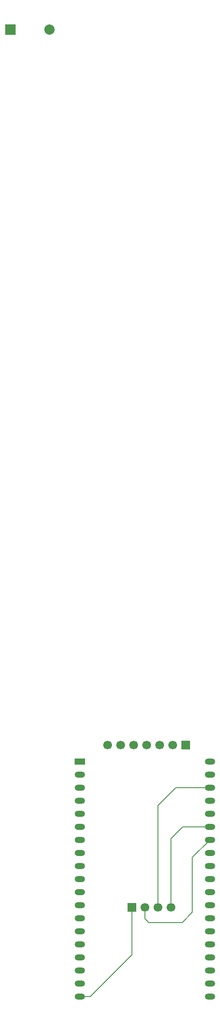
<source format=gbr>
%TF.GenerationSoftware,KiCad,Pcbnew,9.0.6-9.0.6~ubuntu24.04.1*%
%TF.CreationDate,2025-12-05T21:36:49+01:00*%
%TF.ProjectId,pcb,7063622e-6b69-4636-9164-5f7063625858,rev?*%
%TF.SameCoordinates,Original*%
%TF.FileFunction,Copper,L2,Bot*%
%TF.FilePolarity,Positive*%
%FSLAX46Y46*%
G04 Gerber Fmt 4.6, Leading zero omitted, Abs format (unit mm)*
G04 Created by KiCad (PCBNEW 9.0.6-9.0.6~ubuntu24.04.1) date 2025-12-05 21:36:49*
%MOMM*%
%LPD*%
G01*
G04 APERTURE LIST*
%TA.AperFunction,ComponentPad*%
%ADD10C,2.000000*%
%TD*%
%TA.AperFunction,ComponentPad*%
%ADD11R,2.000000X2.000000*%
%TD*%
%TA.AperFunction,ComponentPad*%
%ADD12R,2.000000X1.200000*%
%TD*%
%TA.AperFunction,ComponentPad*%
%ADD13O,2.000000X1.200000*%
%TD*%
%TA.AperFunction,ComponentPad*%
%ADD14R,1.700000X1.700000*%
%TD*%
%TA.AperFunction,ComponentPad*%
%ADD15C,1.700000*%
%TD*%
%TA.AperFunction,Conductor*%
%ADD16C,0.200000*%
%TD*%
G04 APERTURE END LIST*
D10*
%TO.P,BZ1,2,-*%
%TO.N,unconnected-(BZ1---Pad2)*%
X10075000Y-6275000D03*
D11*
%TO.P,BZ1,1,+*%
%TO.N,unconnected-(BZ1-+-Pad1)*%
X2475000Y-6275000D03*
%TD*%
D12*
%TO.P,U1,1,3V3*%
%TO.N,Net-(J1-Pin_1)*%
X16000000Y-148680000D03*
D13*
%TO.P,U1,2,CHIP_PU*%
%TO.N,unconnected-(U1-CHIP_PU-Pad2)*%
X16000000Y-151220000D03*
%TO.P,U1,3,SENSOR_VP/GPIO36/ADC1_CH0*%
%TO.N,unconnected-(U1-SENSOR_VP{slash}GPIO36{slash}ADC1_CH0-Pad3)*%
X16000000Y-153760000D03*
%TO.P,U1,4,SENSOR_VN/GPIO39/ADC1_CH3*%
%TO.N,unconnected-(U1-SENSOR_VN{slash}GPIO39{slash}ADC1_CH3-Pad4)*%
X16000000Y-156300000D03*
%TO.P,U1,5,VDET_1/GPIO34/ADC1_CH6*%
%TO.N,unconnected-(U1-VDET_1{slash}GPIO34{slash}ADC1_CH6-Pad5)*%
X16000000Y-158840000D03*
%TO.P,U1,6,VDET_2/GPIO35/ADC1_CH7*%
%TO.N,unconnected-(U1-VDET_2{slash}GPIO35{slash}ADC1_CH7-Pad6)*%
X16000000Y-161380000D03*
%TO.P,U1,7,32K_XP/GPIO32/ADC1_CH4*%
%TO.N,unconnected-(U1-32K_XP{slash}GPIO32{slash}ADC1_CH4-Pad7)*%
X16000000Y-163920000D03*
%TO.P,U1,8,32K_XN/GPIO33/ADC1_CH5*%
%TO.N,unconnected-(U1-32K_XN{slash}GPIO33{slash}ADC1_CH5-Pad8)*%
X16000000Y-166460000D03*
%TO.P,U1,9,DAC_1/ADC2_CH8/GPIO25*%
%TO.N,unconnected-(U1-DAC_1{slash}ADC2_CH8{slash}GPIO25-Pad9)*%
X16000000Y-169000000D03*
%TO.P,U1,10,DAC_2/ADC2_CH9/GPIO26*%
%TO.N,unconnected-(U1-DAC_2{slash}ADC2_CH9{slash}GPIO26-Pad10)*%
X16000000Y-171540000D03*
%TO.P,U1,11,ADC2_CH7/GPIO27*%
%TO.N,unconnected-(U1-ADC2_CH7{slash}GPIO27-Pad11)*%
X16000000Y-174080000D03*
%TO.P,U1,12,MTMS/GPIO14/ADC2_CH6*%
%TO.N,unconnected-(U1-MTMS{slash}GPIO14{slash}ADC2_CH6-Pad12)*%
X16000000Y-176620000D03*
%TO.P,U1,13,MTDI/GPIO12/ADC2_CH5*%
%TO.N,unconnected-(U1-MTDI{slash}GPIO12{slash}ADC2_CH5-Pad13)*%
X16000000Y-179160000D03*
%TO.P,U1,14,GND*%
%TO.N,Net-(J1-Pin_2)*%
X16000000Y-181700000D03*
%TO.P,U1,15,MTCK/GPIO13/ADC2_CH4*%
%TO.N,unconnected-(U1-MTCK{slash}GPIO13{slash}ADC2_CH4-Pad15)*%
X16000000Y-184240000D03*
%TO.P,U1,16,SD_DATA2/GPIO9*%
%TO.N,Net-(J1-Pin_6)*%
X16000000Y-186780000D03*
%TO.P,U1,17,SD_DATA3/GPIO10*%
%TO.N,Net-(J1-Pin_7)*%
X16000000Y-189320000D03*
%TO.P,U1,18,CMD*%
%TO.N,unconnected-(U1-CMD-Pad18)*%
X16000000Y-191860000D03*
%TO.P,U1,19,5V*%
%TO.N,Net-(J2-Pin_1)*%
X16000000Y-194400000D03*
%TO.P,U1,20,SD_CLK/GPIO6*%
%TO.N,unconnected-(U1-SD_CLK{slash}GPIO6-Pad20)*%
X41396320Y-194397280D03*
%TO.P,U1,21,SD_DATA0/GPIO7*%
%TO.N,unconnected-(U1-SD_DATA0{slash}GPIO7-Pad21)*%
X41396320Y-191857280D03*
%TO.P,U1,22,SD_DATA1/GPIO8*%
%TO.N,unconnected-(U1-SD_DATA1{slash}GPIO8-Pad22)*%
X41400000Y-189320000D03*
%TO.P,U1,23,MTDO/GPIO15/ADC2_CH3*%
%TO.N,unconnected-(U1-MTDO{slash}GPIO15{slash}ADC2_CH3-Pad23)*%
X41400000Y-186780000D03*
%TO.P,U1,24,ADC2_CH2/GPIO2*%
%TO.N,unconnected-(U1-ADC2_CH2{slash}GPIO2-Pad24)*%
X41400000Y-184240000D03*
%TO.P,U1,25,GPIO0/BOOT/ADC2_CH1*%
%TO.N,unconnected-(U1-GPIO0{slash}BOOT{slash}ADC2_CH1-Pad25)*%
X41400000Y-181700000D03*
%TO.P,U1,26,ADC2_CH0/GPIO4*%
%TO.N,unconnected-(U1-ADC2_CH0{slash}GPIO4-Pad26)*%
X41400000Y-179160000D03*
%TO.P,U1,27,GPIO16*%
%TO.N,unconnected-(U1-GPIO16-Pad27)*%
X41400000Y-176620000D03*
%TO.P,U1,28,GPIO17*%
%TO.N,unconnected-(U1-GPIO17-Pad28)*%
X41400000Y-174080000D03*
%TO.P,U1,29,GPIO5*%
%TO.N,Net-(J1-Pin_5)*%
X41400000Y-171540000D03*
%TO.P,U1,30,GPIO18*%
%TO.N,Net-(J1-Pin_4)*%
X41400000Y-169000000D03*
%TO.P,U1,31,GPIO19*%
%TO.N,unconnected-(U1-GPIO19-Pad31)*%
X41400000Y-166460000D03*
%TO.P,U1,32,GND*%
%TO.N,Net-(J1-Pin_2)*%
X41400000Y-163920000D03*
%TO.P,U1,33,GPIO21*%
%TO.N,Net-(J2-Pin_4)*%
X41400000Y-161380000D03*
%TO.P,U1,34,U0RXD/GPIO3*%
%TO.N,unconnected-(U1-U0RXD{slash}GPIO3-Pad34)*%
X41400000Y-158840000D03*
%TO.P,U1,35,U0TXD/GPIO1*%
%TO.N,unconnected-(U1-U0TXD{slash}GPIO1-Pad35)*%
X41400000Y-156300000D03*
%TO.P,U1,36,GPIO22*%
%TO.N,Net-(J2-Pin_3)*%
X41400000Y-153760000D03*
%TO.P,U1,37,GPIO23*%
%TO.N,Net-(J1-Pin_3)*%
X41400000Y-151220000D03*
%TO.P,U1,38,GND*%
%TO.N,Net-(J1-Pin_2)*%
X41400000Y-148680000D03*
%TD*%
D14*
%TO.P,J1,1,Pin_1*%
%TO.N,Net-(J1-Pin_1)*%
X36700000Y-145500000D03*
D15*
%TO.P,J1,2,Pin_2*%
%TO.N,Net-(J1-Pin_2)*%
X34160000Y-145500000D03*
%TO.P,J1,3,Pin_3*%
%TO.N,Net-(J1-Pin_3)*%
X31620000Y-145500000D03*
%TO.P,J1,4,Pin_4*%
%TO.N,Net-(J1-Pin_4)*%
X29080000Y-145500000D03*
%TO.P,J1,5,Pin_5*%
%TO.N,Net-(J1-Pin_5)*%
X26540000Y-145500000D03*
%TO.P,J1,6,Pin_6*%
%TO.N,Net-(J1-Pin_6)*%
X24000000Y-145500000D03*
%TO.P,J1,7,Pin_7*%
%TO.N,Net-(J1-Pin_7)*%
X21460000Y-145500000D03*
%TD*%
D14*
%TO.P,J2,1,Pin_1*%
%TO.N,Net-(J2-Pin_1)*%
X26200000Y-177025000D03*
D15*
%TO.P,J2,2,Pin_2*%
%TO.N,Net-(J1-Pin_2)*%
X28740000Y-177025000D03*
%TO.P,J2,3,Pin_3*%
%TO.N,Net-(J2-Pin_3)*%
X31280000Y-177025000D03*
%TO.P,J2,4,Pin_4*%
%TO.N,Net-(J2-Pin_4)*%
X33820000Y-177025000D03*
%TD*%
D16*
%TO.N,Net-(J2-Pin_1)*%
X26200000Y-177025000D02*
X26200000Y-186300000D01*
X26200000Y-186300000D02*
X18100000Y-194400000D01*
X18100000Y-194400000D02*
X16000000Y-194400000D01*
%TO.N,Net-(J1-Pin_2)*%
X36000000Y-180000000D02*
X38000000Y-178000000D01*
X38000000Y-178000000D02*
X38000000Y-167320000D01*
X29500000Y-180000000D02*
X36000000Y-180000000D01*
X28740000Y-177025000D02*
X28740000Y-179240000D01*
X38000000Y-167320000D02*
X41400000Y-163920000D01*
X28740000Y-179240000D02*
X29500000Y-180000000D01*
%TO.N,Net-(J2-Pin_4)*%
X36120000Y-161380000D02*
X41400000Y-161380000D01*
X33820000Y-177025000D02*
X33820000Y-163680000D01*
X33820000Y-163680000D02*
X36120000Y-161380000D01*
%TO.N,Net-(J2-Pin_3)*%
X31280000Y-157220000D02*
X34740000Y-153760000D01*
X31280000Y-177025000D02*
X31280000Y-157220000D01*
X34740000Y-153760000D02*
X41400000Y-153760000D01*
%TD*%
M02*

</source>
